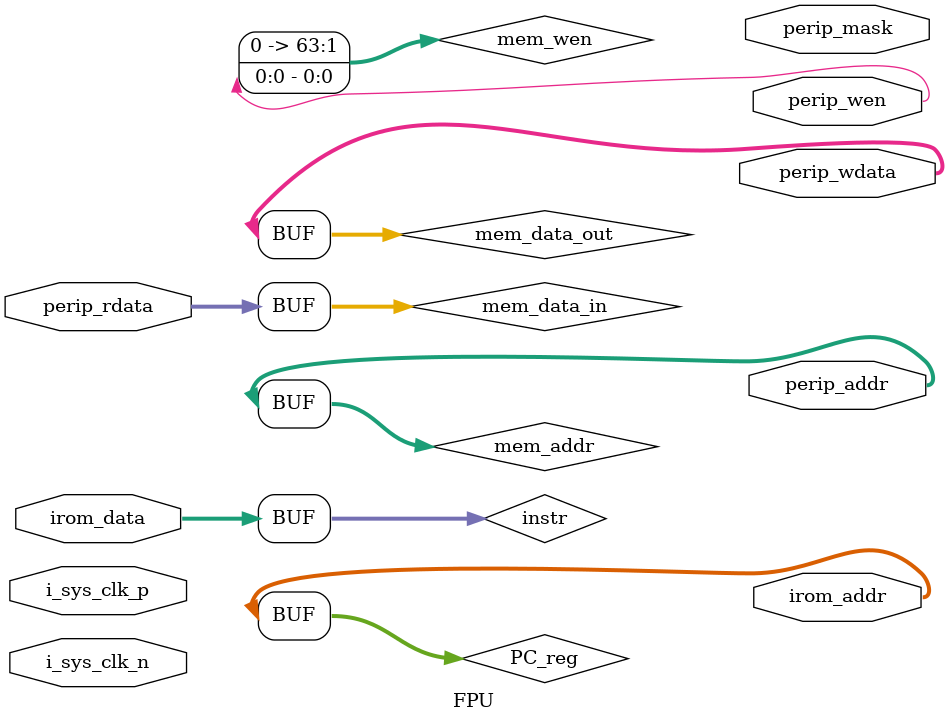
<source format=sv>
`timescale 1ns / 1ps


module FPU(
    input logic i_sys_clk_p,
    input logic i_sys_clk_n,

    output logic [31:0]irom_addr,
    input logic [31:0]irom_data,

    output logic [63:0] perip_addr,
    output logic perip_wen,
    output logic [1:0] perip_mask,
    output logic [63:0] perip_wdata,
    input logic [63:0] perip_rdata
    );
    logic fpu_clk;
    logic fpu_rst;
    logic clk_100;
    logic clk_200;
    logic clk_300;
    logic clk_400;
    logic clk_600;

    pll pll_int(
        .clk_in1_p(i_sys_clk_p),
        .clk_in1_n(i_sys_clk_n),
        .clk_out1(fpu_clk),
        .clk_out2(clk_100),
        .clk_out3(clk_200),
        .clk_out4(clk_300),
        .clk_out5(clk_400),
        .clk_out6(clk_600),
        .locked(~fpu_rst)
    );

    logic [31:0]PC_reg;
    logic [31:0]instr;
    logic [63:0]mem_addr;
    logic [63:0]mem_wen;
    logic [63:0]mem_data_out;
    logic [63:0]mem_data_in;
    assign PC_reg = irom_addr;
    assign instr=irom_data;
    assign mem_addr = perip_addr;
    assign mem_wen = perip_wen;
    assign mem_data_out = perip_wdata;
    assign perip_rdata = mem_data_in;

    //********************译码***********************
    logic fload, fstore;
    logic [11:0] imm;
    logic [1:0] fmt;
    logic [4:0] inst;
    logic [4:0] rs1, rs2, rs3, rd;
    logic error;

    //译码
    decode u_decode (
        .instr(instr),
        .fload(fload),
        .fstore(fstore),
        .imm(imm),
        .fmt(fmt),
        .inst(inst),
        .rs1(rs1),
        .rs2(rs2),
        .rs3(rs3),
        .rd(rd),
        .error(error)
    );

    logic [63:0] data1_double, data2_double, data3_double;
    logic [31:0] data1_single, data2_single, data3_single;
    logic [63:0] data1, data2, data3;
    logic [63:0] result_double;
    logic [31:0] result_single;

    //取数据


    //********************计算***********************

    //fload

    //fstore

    logic valid_single, valid_double;

    //FPU_single
    FPU_single u_fpu_single(
        .clk(fpu_clk),
        .rst(fpu_rst),
        .data1(data1_single),
        .data2(data2_single),
        .data3(data3_single),
        .inst(inst),
        .result(result_single),
        .flags(flags),
        .get_result(valid_single)
    );
    //FPU_double
    FPU_double u_fpu_double(
        .clk(fpu_clk),
        .rst(fpu_rst),
        .data1(data1_double),
        .data2(data2_double),
        .data3(data3_double),
        .inst(inst),
        .result(result_double),
        .flags(flags),
        .get_result(valid_double)
    );
    //注意fcvt.s.d在FPU_double中，但是fmt=2'b00

    //********************写回***********************
    //valid信号作为计算结束的标志，可作为写回模块的使能
endmodule

</source>
